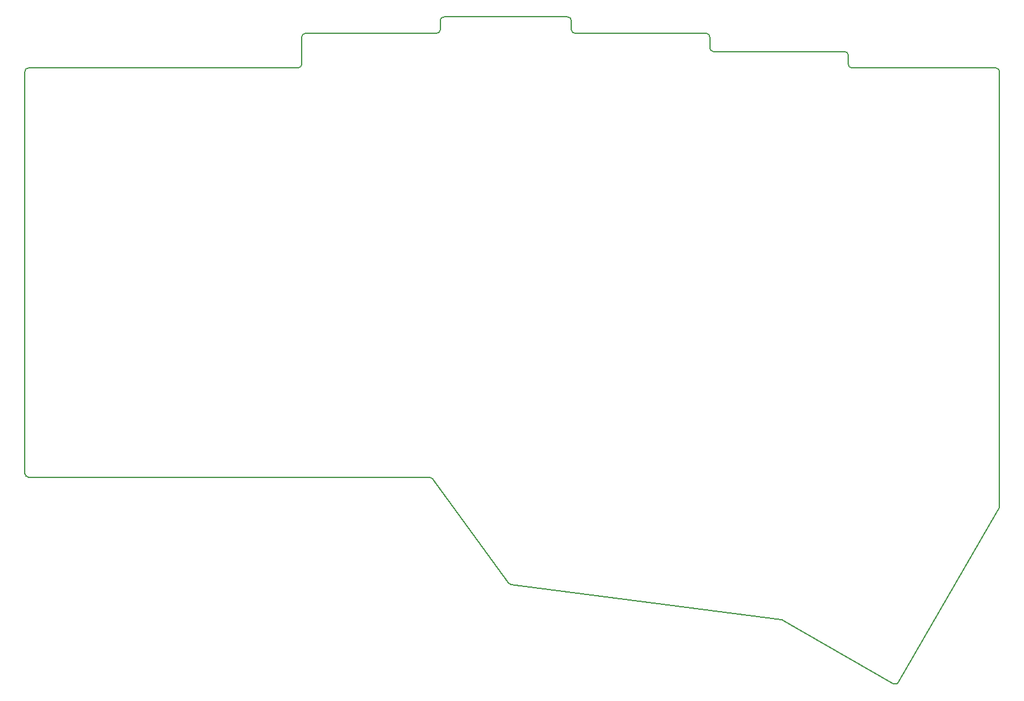
<source format=gm1>
G04 #@! TF.GenerationSoftware,KiCad,Pcbnew,8.0.8+1*
G04 #@! TF.CreationDate,2025-07-08T12:52:23+00:00*
G04 #@! TF.ProjectId,corney_island_wireless_autorouted,636f726e-6579-45f6-9973-6c616e645f77,0.2*
G04 #@! TF.SameCoordinates,Original*
G04 #@! TF.FileFunction,Profile,NP*
%FSLAX46Y46*%
G04 Gerber Fmt 4.6, Leading zero omitted, Abs format (unit mm)*
G04 Created by KiCad (PCBNEW 8.0.8+1) date 2025-07-08 12:52:23*
%MOMM*%
%LPD*%
G01*
G04 APERTURE LIST*
G04 #@! TA.AperFunction,Profile*
%ADD10C,0.150000*%
G04 #@! TD*
G04 APERTURE END LIST*
D10*
X91580005Y-52989987D02*
X128580013Y-52989013D01*
X129580000Y-48240000D02*
X147580000Y-48240000D01*
X204082222Y-51237778D02*
X204082778Y-52490222D01*
X166082000Y-46488000D02*
X166082000Y-47740000D01*
X146585693Y-109240000D02*
X91581982Y-109240000D01*
X148080000Y-47740000D02*
X148080000Y-46488000D01*
X194938267Y-128822008D02*
X157772968Y-123977759D01*
X224766013Y-113567025D02*
X224518000Y-113996596D01*
X157433510Y-123776431D02*
X146989776Y-109445522D01*
X129080000Y-48740000D02*
G75*
G02*
X129580000Y-48240000I500000J0D01*
G01*
X210290510Y-137641397D02*
X195123642Y-128884802D01*
X148080000Y-47740000D02*
G75*
G02*
X147580000Y-48240000I-500000J0D01*
G01*
X224833000Y-53490000D02*
X224833000Y-113317025D01*
X184582000Y-48240000D02*
G75*
G02*
X185082000Y-48740000I0J-500000D01*
G01*
X129080000Y-52489013D02*
X129080000Y-48740000D01*
X185582000Y-50738000D02*
G75*
G02*
X185082000Y-50238000I0J500000D01*
G01*
X148580000Y-45988000D02*
X165582000Y-45988000D01*
X185582000Y-50738000D02*
X203582222Y-50738000D01*
X204582778Y-52990000D02*
G75*
G02*
X204082800Y-52490222I22J500000D01*
G01*
X194938267Y-128822008D02*
G75*
G02*
X195123640Y-128884805I-64767J-496192D01*
G01*
X148080000Y-46488000D02*
G75*
G02*
X148580000Y-45988000I500000J0D01*
G01*
X204582778Y-52990000D02*
X224333000Y-52990000D01*
X91080018Y-53490005D02*
G75*
G02*
X91580005Y-52989918I500082J5D01*
G01*
X129080000Y-52489013D02*
G75*
G02*
X128580013Y-52989000I-500000J13D01*
G01*
X166582000Y-48240000D02*
G75*
G02*
X166082000Y-47740000I0J500000D01*
G01*
X224333000Y-52990000D02*
G75*
G02*
X224833000Y-53490000I0J-500000D01*
G01*
X224833000Y-113317025D02*
G75*
G02*
X224766025Y-113567032I-500200J25D01*
G01*
X166582000Y-48240000D02*
X184582000Y-48240000D01*
X210973532Y-137458367D02*
G75*
G02*
X210290501Y-137641413I-433032J249967D01*
G01*
X203582222Y-50738000D02*
G75*
G02*
X204082200Y-51237778I-22J-500000D01*
G01*
X185082000Y-48740000D02*
X185082000Y-50238000D01*
X91581982Y-109240000D02*
G75*
G02*
X91082000Y-108740018I18J500000D01*
G01*
X146585693Y-109240000D02*
G75*
G02*
X146989780Y-109445519I7J-500000D01*
G01*
X157772968Y-123977759D02*
G75*
G02*
X157433529Y-123776417I64632J495759D01*
G01*
X91081982Y-108740018D02*
X91080018Y-53490005D01*
X224518000Y-113996596D02*
X210973532Y-137458367D01*
X165582000Y-45988000D02*
G75*
G02*
X166082000Y-46488000I0J-500000D01*
G01*
M02*

</source>
